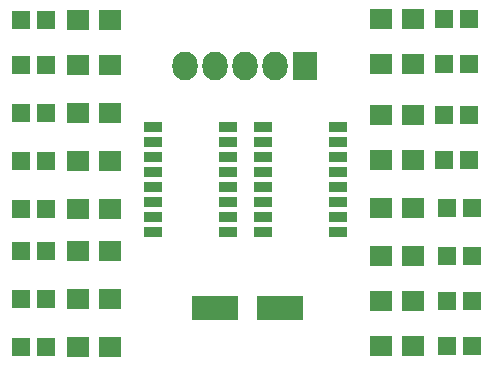
<source format=gts>
G04 #@! TF.FileFunction,Soldermask,Top*
%FSLAX46Y46*%
G04 Gerber Fmt 4.6, Leading zero omitted, Abs format (unit mm)*
G04 Created by KiCad (PCBNEW 4.0.1-stable) date 2016 September 18, Sunday 15:01:05*
%MOMM*%
G01*
G04 APERTURE LIST*
%ADD10C,0.100000*%
%ADD11R,1.543000X0.908000*%
%ADD12R,3.999180X2.000200*%
%ADD13R,1.598880X1.598880*%
%ADD14R,2.127200X2.432000*%
%ADD15O,2.127200X2.432000*%
%ADD16R,1.900000X1.700000*%
G04 APERTURE END LIST*
D10*
D11*
X136652000Y-70866000D03*
X136652000Y-68326000D03*
X136652000Y-67056000D03*
X136652000Y-65786000D03*
X136652000Y-64516000D03*
X136652000Y-63246000D03*
X136652000Y-61976000D03*
X143002000Y-61976000D03*
X143002000Y-63246000D03*
X143002000Y-64516000D03*
X143002000Y-65786000D03*
X143002000Y-67056000D03*
X143002000Y-68326000D03*
X143002000Y-69596000D03*
X143002000Y-70866000D03*
X136652000Y-69596000D03*
D12*
X138069320Y-77343000D03*
X132567680Y-77343000D03*
D13*
X118270020Y-80645000D03*
X116171980Y-80645000D03*
X118270020Y-76581000D03*
X116171980Y-76581000D03*
X118270020Y-72517000D03*
X116171980Y-72517000D03*
X118270020Y-68961000D03*
X116171980Y-68961000D03*
X118270020Y-64897000D03*
X116171980Y-64897000D03*
X118270020Y-60833000D03*
X116171980Y-60833000D03*
X118270020Y-56769000D03*
X116171980Y-56769000D03*
X118270020Y-52959000D03*
X116171980Y-52959000D03*
X152239980Y-80518000D03*
X154338020Y-80518000D03*
X152239980Y-76708000D03*
X154338020Y-76708000D03*
X152239980Y-72898000D03*
X154338020Y-72898000D03*
X152239980Y-68834000D03*
X154338020Y-68834000D03*
X151985980Y-64770000D03*
X154084020Y-64770000D03*
X151985980Y-60960000D03*
X154084020Y-60960000D03*
X151985980Y-56642000D03*
X154084020Y-56642000D03*
X151985980Y-52832000D03*
X154084020Y-52832000D03*
D14*
X140208000Y-56832500D03*
D15*
X137668000Y-56832500D03*
X135128000Y-56832500D03*
X132588000Y-56832500D03*
X130048000Y-56832500D03*
D16*
X123651000Y-80645000D03*
X120951000Y-80645000D03*
X123651000Y-76581000D03*
X120951000Y-76581000D03*
X123651000Y-72517000D03*
X120951000Y-72517000D03*
X123651000Y-68961000D03*
X120951000Y-68961000D03*
X123651000Y-64897000D03*
X120951000Y-64897000D03*
X123651000Y-60833000D03*
X120951000Y-60833000D03*
X123651000Y-56769000D03*
X120951000Y-56769000D03*
X123651000Y-52959000D03*
X120951000Y-52959000D03*
X146605000Y-80518000D03*
X149305000Y-80518000D03*
X146605000Y-76708000D03*
X149305000Y-76708000D03*
X146605000Y-72898000D03*
X149305000Y-72898000D03*
X146605000Y-68834000D03*
X149305000Y-68834000D03*
X146605000Y-64770000D03*
X149305000Y-64770000D03*
X146605000Y-60960000D03*
X149305000Y-60960000D03*
X146605000Y-56642000D03*
X149305000Y-56642000D03*
X146605000Y-52832000D03*
X149305000Y-52832000D03*
D11*
X127317500Y-70929500D03*
X127317500Y-68389500D03*
X127317500Y-67119500D03*
X127317500Y-65849500D03*
X127317500Y-64579500D03*
X127317500Y-63309500D03*
X127317500Y-62039500D03*
X133667500Y-62039500D03*
X133667500Y-63309500D03*
X133667500Y-64579500D03*
X133667500Y-65849500D03*
X133667500Y-67119500D03*
X133667500Y-68389500D03*
X133667500Y-69659500D03*
X133667500Y-70929500D03*
X127317500Y-69659500D03*
M02*

</source>
